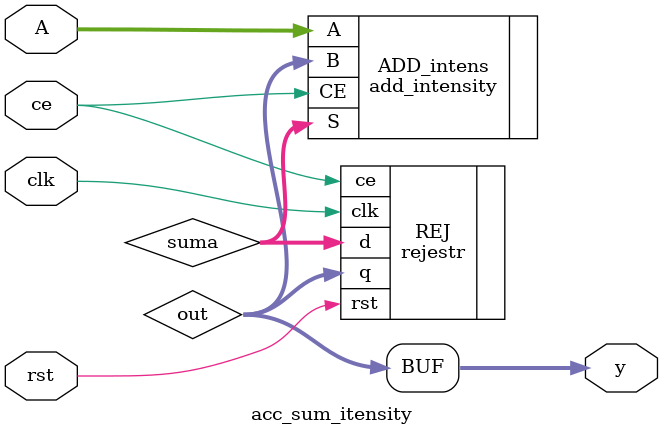
<source format=v>
`timescale 1ns / 1ps

module acc_sum_itensity(
    input clk,
    input ce,
    input rst,
    input [7:0]A,
    
    output [19:0]y    //totally keine grenze example
);
    
wire [19:0]out;
wire [19:0]suma;

rejestr# (.N(20)) REJ
(
    .clk(clk),
    .ce(ce),
    .rst(rst),
    .d(suma),
    .q(out)
);

// latencja = 0
add_intensity ADD_intens
(
    .A(A),
    .B(out),
    .CE(ce),
    .S(suma)
);

assign y = out;
    
endmodule

</source>
